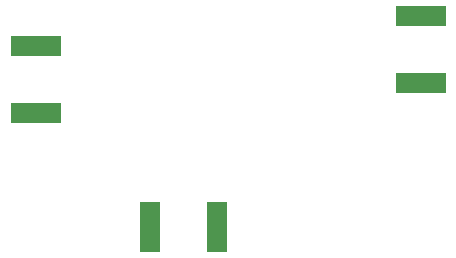
<source format=gbr>
%TF.GenerationSoftware,KiCad,Pcbnew,(5.1.9)-1*%
%TF.CreationDate,2021-03-17T18:45:03-04:00*%
%TF.ProjectId,BackupMixer,4261636b-7570-44d6-9978-65722e6b6963,rev?*%
%TF.SameCoordinates,Original*%
%TF.FileFunction,Paste,Bot*%
%TF.FilePolarity,Positive*%
%FSLAX46Y46*%
G04 Gerber Fmt 4.6, Leading zero omitted, Abs format (unit mm)*
G04 Created by KiCad (PCBNEW (5.1.9)-1) date 2021-03-17 18:45:03*
%MOMM*%
%LPD*%
G01*
G04 APERTURE LIST*
%ADD10R,1.750000X4.200000*%
%ADD11R,4.200000X1.750000*%
G04 APERTURE END LIST*
D10*
%TO.C,JRF1*%
X134905000Y-106480000D03*
X129255000Y-106480000D03*
%TD*%
D11*
%TO.C,JLO1*%
X152200000Y-88615000D03*
X152200000Y-94265000D03*
%TD*%
%TO.C,JIF1*%
X119580000Y-96805000D03*
X119580000Y-91155000D03*
%TD*%
M02*

</source>
